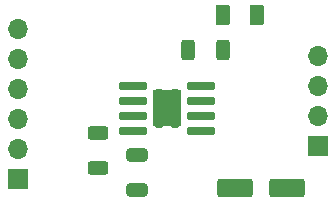
<source format=gts>
G04 #@! TF.GenerationSoftware,KiCad,Pcbnew,8.0.5*
G04 #@! TF.CreationDate,2024-10-21T19:45:19-04:00*
G04 #@! TF.ProjectId,DRV8871_PCB,44525638-3837-4315-9f50-43422e6b6963,rev?*
G04 #@! TF.SameCoordinates,Original*
G04 #@! TF.FileFunction,Soldermask,Top*
G04 #@! TF.FilePolarity,Negative*
%FSLAX46Y46*%
G04 Gerber Fmt 4.6, Leading zero omitted, Abs format (unit mm)*
G04 Created by KiCad (PCBNEW 8.0.5) date 2024-10-21 19:45:19*
%MOMM*%
%LPD*%
G01*
G04 APERTURE LIST*
G04 Aperture macros list*
%AMRoundRect*
0 Rectangle with rounded corners*
0 $1 Rounding radius*
0 $2 $3 $4 $5 $6 $7 $8 $9 X,Y pos of 4 corners*
0 Add a 4 corners polygon primitive as box body*
4,1,4,$2,$3,$4,$5,$6,$7,$8,$9,$2,$3,0*
0 Add four circle primitives for the rounded corners*
1,1,$1+$1,$2,$3*
1,1,$1+$1,$4,$5*
1,1,$1+$1,$6,$7*
1,1,$1+$1,$8,$9*
0 Add four rect primitives between the rounded corners*
20,1,$1+$1,$2,$3,$4,$5,0*
20,1,$1+$1,$4,$5,$6,$7,0*
20,1,$1+$1,$6,$7,$8,$9,0*
20,1,$1+$1,$8,$9,$2,$3,0*%
G04 Aperture macros list end*
%ADD10RoundRect,0.250000X0.650000X-0.325000X0.650000X0.325000X-0.650000X0.325000X-0.650000X-0.325000X0*%
%ADD11R,1.700000X1.700000*%
%ADD12O,1.700000X1.700000*%
%ADD13R,2.400000X3.100000*%
%ADD14RoundRect,0.070000X-1.100000X-0.250000X1.100000X-0.250000X1.100000X0.250000X-1.100000X0.250000X0*%
%ADD15C,0.770000*%
%ADD16RoundRect,0.250000X-0.375000X-0.625000X0.375000X-0.625000X0.375000X0.625000X-0.375000X0.625000X0*%
%ADD17RoundRect,0.250000X-1.250000X-0.550000X1.250000X-0.550000X1.250000X0.550000X-1.250000X0.550000X0*%
%ADD18RoundRect,0.250000X0.312500X0.625000X-0.312500X0.625000X-0.312500X-0.625000X0.312500X-0.625000X0*%
%ADD19RoundRect,0.250000X-0.625000X0.312500X-0.625000X-0.312500X0.625000X-0.312500X0.625000X0.312500X0*%
G04 APERTURE END LIST*
D10*
X12065000Y-17223000D03*
X12065000Y-14273000D03*
D11*
X27432000Y-13452000D03*
D12*
X27432000Y-10912000D03*
X27432000Y-8372000D03*
X27432000Y-5832000D03*
D13*
X14651000Y-10287000D03*
D14*
X11776000Y-8382000D03*
X11776000Y-9652000D03*
X11776000Y-10922000D03*
X11776000Y-12192000D03*
X17526000Y-12192000D03*
X17526000Y-10922000D03*
X17526000Y-9652000D03*
X17526000Y-8382000D03*
D15*
X14001000Y-8987000D03*
X14001000Y-10287000D03*
X14001000Y-11587000D03*
X15301000Y-8987000D03*
X15301000Y-10287000D03*
X15301000Y-11587000D03*
D11*
X2032000Y-16256000D03*
D12*
X2032000Y-13716000D03*
X2032000Y-11176000D03*
X2032000Y-8636000D03*
X2032000Y-6096000D03*
X2032000Y-3556000D03*
D16*
X19425000Y-2413000D03*
X22225000Y-2413000D03*
D17*
X20406000Y-17018000D03*
X24806000Y-17018000D03*
D18*
X19369500Y-5334000D03*
X16444500Y-5334000D03*
D19*
X8763000Y-12380500D03*
X8763000Y-15305500D03*
M02*

</source>
